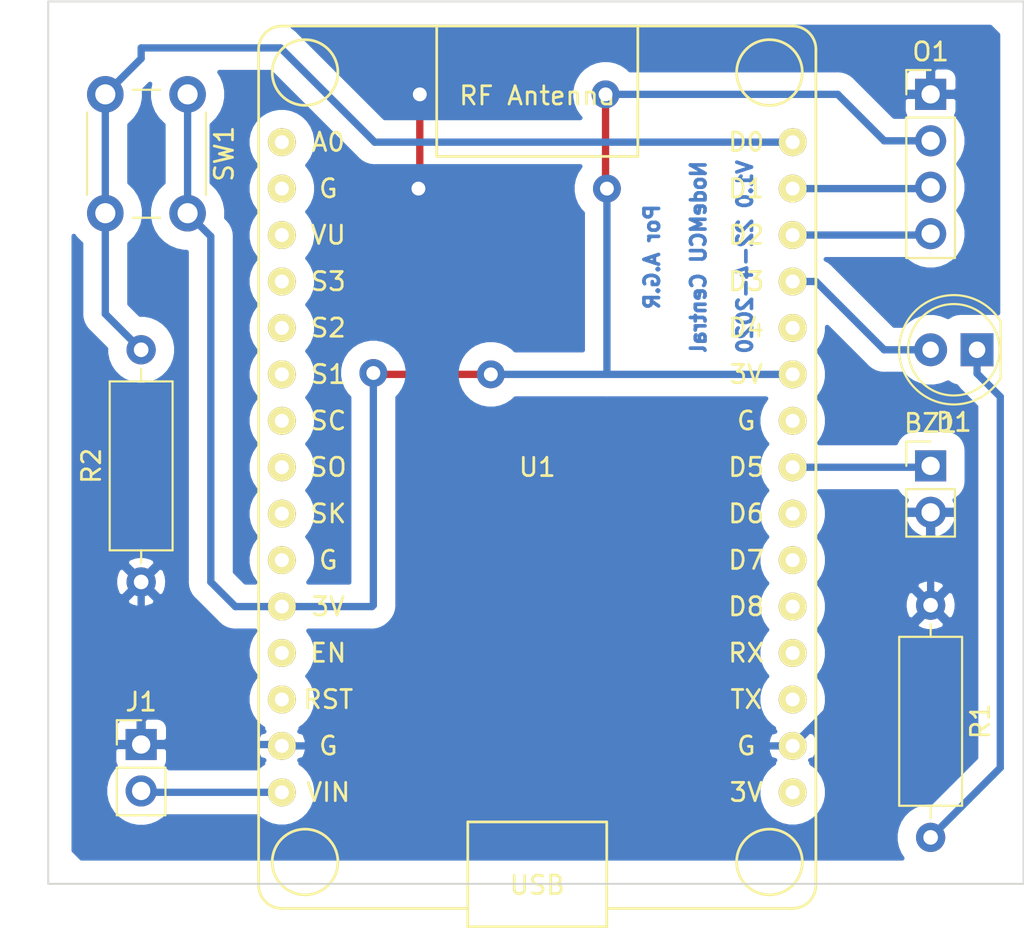
<source format=kicad_pcb>
(kicad_pcb (version 20171130) (host pcbnew 5.1.5-52549c5~86~ubuntu18.04.1)

  (general
    (thickness 1.6)
    (drawings 7)
    (tracks 67)
    (zones 0)
    (modules 8)
    (nets 30)
  )

  (page A4)
  (layers
    (0 F.Cu jumper)
    (31 B.Cu signal)
    (32 B.Adhes user)
    (33 F.Adhes user)
    (34 B.Paste user)
    (35 F.Paste user)
    (36 B.SilkS user)
    (37 F.SilkS user)
    (38 B.Mask user)
    (39 F.Mask user)
    (40 Dwgs.User user)
    (41 Cmts.User user)
    (42 Eco1.User user)
    (43 Eco2.User user)
    (44 Edge.Cuts user)
    (45 Margin user)
    (46 B.CrtYd user)
    (47 F.CrtYd user)
    (48 B.Fab user)
    (49 F.Fab user)
  )

  (setup
    (last_trace_width 0.25)
    (user_trace_width 0.4)
    (user_trace_width 0.6)
    (user_trace_width 1)
    (trace_clearance 0.2)
    (zone_clearance 0.508)
    (zone_45_only no)
    (trace_min 0.2)
    (via_size 0.8)
    (via_drill 0.4)
    (via_min_size 0.4)
    (via_min_drill 0.3)
    (user_via 0.99 0.5)
    (user_via 1.524 0.76)
    (uvia_size 0.3)
    (uvia_drill 0.1)
    (uvias_allowed no)
    (uvia_min_size 0.2)
    (uvia_min_drill 0.1)
    (edge_width 0.05)
    (segment_width 0.2)
    (pcb_text_width 0.3)
    (pcb_text_size 1.5 1.5)
    (mod_edge_width 0.12)
    (mod_text_size 1 1)
    (mod_text_width 0.15)
    (pad_size 1.524 1.524)
    (pad_drill 0.762)
    (pad_to_mask_clearance 0.051)
    (solder_mask_min_width 0.25)
    (aux_axis_origin 0 0)
    (visible_elements FFFFFF7F)
    (pcbplotparams
      (layerselection 0x010fc_ffffffff)
      (usegerberextensions false)
      (usegerberattributes false)
      (usegerberadvancedattributes false)
      (creategerberjobfile false)
      (excludeedgelayer true)
      (linewidth 0.100000)
      (plotframeref false)
      (viasonmask false)
      (mode 1)
      (useauxorigin false)
      (hpglpennumber 1)
      (hpglpenspeed 20)
      (hpglpendiameter 15.000000)
      (psnegative false)
      (psa4output false)
      (plotreference true)
      (plotvalue true)
      (plotinvisibletext false)
      (padsonsilk false)
      (subtractmaskfromsilk false)
      (outputformat 1)
      (mirror false)
      (drillshape 0)
      (scaleselection 1)
      (outputdirectory ""))
  )

  (net 0 "")
  (net 1 "Net-(BZ1-Pad1)")
  (net 2 GND)
  (net 3 "Net-(D1-Pad1)")
  (net 4 "Net-(D1-Pad2)")
  (net 5 "Net-(J1-Pad2)")
  (net 6 3_3V)
  (net 7 "Net-(O1-Pad3)")
  (net 8 "Net-(O1-Pad4)")
  (net 9 "Net-(R2-Pad2)")
  (net 10 "Net-(U1-Pad1)")
  (net 11 "Net-(U1-Pad2)")
  (net 12 "Net-(U1-Pad3)")
  (net 13 "Net-(U1-Pad4)")
  (net 14 "Net-(U1-Pad5)")
  (net 15 "Net-(U1-Pad6)")
  (net 16 "Net-(U1-Pad7)")
  (net 17 "Net-(U1-Pad8)")
  (net 18 "Net-(U1-Pad9)")
  (net 19 "Net-(U1-Pad10)")
  (net 20 "Net-(U1-Pad12)")
  (net 21 "Net-(U1-Pad13)")
  (net 22 "Net-(U1-Pad16)")
  (net 23 "Net-(U1-Pad18)")
  (net 24 "Net-(U1-Pad19)")
  (net 25 "Net-(U1-Pad20)")
  (net 26 "Net-(U1-Pad21)")
  (net 27 "Net-(U1-Pad22)")
  (net 28 "Net-(U1-Pad24)")
  (net 29 "Net-(U1-Pad26)")

  (net_class Default "Esta es la clase de red por defecto."
    (clearance 0.2)
    (trace_width 0.25)
    (via_dia 0.8)
    (via_drill 0.4)
    (uvia_dia 0.3)
    (uvia_drill 0.1)
    (add_net 3_3V)
    (add_net GND)
    (add_net "Net-(BZ1-Pad1)")
    (add_net "Net-(D1-Pad1)")
    (add_net "Net-(D1-Pad2)")
    (add_net "Net-(J1-Pad2)")
    (add_net "Net-(O1-Pad3)")
    (add_net "Net-(O1-Pad4)")
    (add_net "Net-(R2-Pad2)")
    (add_net "Net-(U1-Pad1)")
    (add_net "Net-(U1-Pad10)")
    (add_net "Net-(U1-Pad12)")
    (add_net "Net-(U1-Pad13)")
    (add_net "Net-(U1-Pad16)")
    (add_net "Net-(U1-Pad18)")
    (add_net "Net-(U1-Pad19)")
    (add_net "Net-(U1-Pad2)")
    (add_net "Net-(U1-Pad20)")
    (add_net "Net-(U1-Pad21)")
    (add_net "Net-(U1-Pad22)")
    (add_net "Net-(U1-Pad24)")
    (add_net "Net-(U1-Pad26)")
    (add_net "Net-(U1-Pad3)")
    (add_net "Net-(U1-Pad4)")
    (add_net "Net-(U1-Pad5)")
    (add_net "Net-(U1-Pad6)")
    (add_net "Net-(U1-Pad7)")
    (add_net "Net-(U1-Pad8)")
    (add_net "Net-(U1-Pad9)")
  )

  (module Connector_PinHeader_2.54mm:PinHeader_1x02_P2.54mm_Vertical (layer F.Cu) (tedit 59FED5CC) (tstamp 5EA05CA8)
    (at 163.83 106.68)
    (descr "Through hole straight pin header, 1x02, 2.54mm pitch, single row")
    (tags "Through hole pin header THT 1x02 2.54mm single row")
    (path /5E9F78D2)
    (fp_text reference BZ1 (at 0 -2.33) (layer F.SilkS)
      (effects (font (size 1 1) (thickness 0.15)))
    )
    (fp_text value Buzzer (at 0 4.87) (layer F.Fab)
      (effects (font (size 1 1) (thickness 0.15)))
    )
    (fp_line (start -0.635 -1.27) (end 1.27 -1.27) (layer F.Fab) (width 0.1))
    (fp_line (start 1.27 -1.27) (end 1.27 3.81) (layer F.Fab) (width 0.1))
    (fp_line (start 1.27 3.81) (end -1.27 3.81) (layer F.Fab) (width 0.1))
    (fp_line (start -1.27 3.81) (end -1.27 -0.635) (layer F.Fab) (width 0.1))
    (fp_line (start -1.27 -0.635) (end -0.635 -1.27) (layer F.Fab) (width 0.1))
    (fp_line (start -1.33 3.87) (end 1.33 3.87) (layer F.SilkS) (width 0.12))
    (fp_line (start -1.33 1.27) (end -1.33 3.87) (layer F.SilkS) (width 0.12))
    (fp_line (start 1.33 1.27) (end 1.33 3.87) (layer F.SilkS) (width 0.12))
    (fp_line (start -1.33 1.27) (end 1.33 1.27) (layer F.SilkS) (width 0.12))
    (fp_line (start -1.33 0) (end -1.33 -1.33) (layer F.SilkS) (width 0.12))
    (fp_line (start -1.33 -1.33) (end 0 -1.33) (layer F.SilkS) (width 0.12))
    (fp_line (start -1.8 -1.8) (end -1.8 4.35) (layer F.CrtYd) (width 0.05))
    (fp_line (start -1.8 4.35) (end 1.8 4.35) (layer F.CrtYd) (width 0.05))
    (fp_line (start 1.8 4.35) (end 1.8 -1.8) (layer F.CrtYd) (width 0.05))
    (fp_line (start 1.8 -1.8) (end -1.8 -1.8) (layer F.CrtYd) (width 0.05))
    (fp_text user %R (at 0 1.27 90) (layer F.Fab)
      (effects (font (size 1 1) (thickness 0.15)))
    )
    (pad 1 thru_hole rect (at 0 0) (size 1.7 1.7) (drill 1) (layers *.Cu *.Mask)
      (net 1 "Net-(BZ1-Pad1)"))
    (pad 2 thru_hole oval (at 0 2.54) (size 1.7 1.7) (drill 1) (layers *.Cu *.Mask)
      (net 2 GND))
    (model ${KISYS3DMOD}/Connector_PinHeader_2.54mm.3dshapes/PinHeader_1x02_P2.54mm_Vertical.wrl
      (at (xyz 0 0 0))
      (scale (xyz 1 1 1))
      (rotate (xyz 0 0 0))
    )
  )

  (module LED_THT:LED_D5.0mm (layer F.Cu) (tedit 5995936A) (tstamp 5EA058B1)
    (at 166.37 100.33 180)
    (descr "LED, diameter 5.0mm, 2 pins, http://cdn-reichelt.de/documents/datenblatt/A500/LL-504BC2E-009.pdf")
    (tags "LED diameter 5.0mm 2 pins")
    (path /5E9F89E7)
    (fp_text reference D1 (at 1.27 -3.96) (layer F.SilkS)
      (effects (font (size 1 1) (thickness 0.15)))
    )
    (fp_text value LED (at 1.27 3.96) (layer F.Fab)
      (effects (font (size 1 1) (thickness 0.15)))
    )
    (fp_arc (start 1.27 0) (end -1.23 -1.469694) (angle 299.1) (layer F.Fab) (width 0.1))
    (fp_arc (start 1.27 0) (end -1.29 -1.54483) (angle 148.9) (layer F.SilkS) (width 0.12))
    (fp_arc (start 1.27 0) (end -1.29 1.54483) (angle -148.9) (layer F.SilkS) (width 0.12))
    (fp_circle (center 1.27 0) (end 3.77 0) (layer F.Fab) (width 0.1))
    (fp_circle (center 1.27 0) (end 3.77 0) (layer F.SilkS) (width 0.12))
    (fp_line (start -1.23 -1.469694) (end -1.23 1.469694) (layer F.Fab) (width 0.1))
    (fp_line (start -1.29 -1.545) (end -1.29 1.545) (layer F.SilkS) (width 0.12))
    (fp_line (start -1.95 -3.25) (end -1.95 3.25) (layer F.CrtYd) (width 0.05))
    (fp_line (start -1.95 3.25) (end 4.5 3.25) (layer F.CrtYd) (width 0.05))
    (fp_line (start 4.5 3.25) (end 4.5 -3.25) (layer F.CrtYd) (width 0.05))
    (fp_line (start 4.5 -3.25) (end -1.95 -3.25) (layer F.CrtYd) (width 0.05))
    (fp_text user %R (at 1.25 0) (layer F.Fab)
      (effects (font (size 0.8 0.8) (thickness 0.2)))
    )
    (pad 1 thru_hole rect (at 0 0 180) (size 1.8 1.8) (drill 0.9) (layers *.Cu *.Mask)
      (net 3 "Net-(D1-Pad1)"))
    (pad 2 thru_hole circle (at 2.54 0 180) (size 1.8 1.8) (drill 0.9) (layers *.Cu *.Mask)
      (net 4 "Net-(D1-Pad2)"))
    (model ${KISYS3DMOD}/LED_THT.3dshapes/LED_D5.0mm.wrl
      (at (xyz 0 0 0))
      (scale (xyz 1 1 1))
      (rotate (xyz 0 0 0))
    )
  )

  (module Connector_PinHeader_2.54mm:PinHeader_1x02_P2.54mm_Vertical (layer F.Cu) (tedit 59FED5CC) (tstamp 5EA058C7)
    (at 120.65 121.92)
    (descr "Through hole straight pin header, 1x02, 2.54mm pitch, single row")
    (tags "Through hole pin header THT 1x02 2.54mm single row")
    (path /5EA020B8)
    (fp_text reference J1 (at 0 -2.33) (layer F.SilkS)
      (effects (font (size 1 1) (thickness 0.15)))
    )
    (fp_text value Conn_01x02_Female (at 0 4.87) (layer F.Fab)
      (effects (font (size 1 1) (thickness 0.15)))
    )
    (fp_text user %R (at 0 1.27 90) (layer F.Fab)
      (effects (font (size 1 1) (thickness 0.15)))
    )
    (fp_line (start 1.8 -1.8) (end -1.8 -1.8) (layer F.CrtYd) (width 0.05))
    (fp_line (start 1.8 4.35) (end 1.8 -1.8) (layer F.CrtYd) (width 0.05))
    (fp_line (start -1.8 4.35) (end 1.8 4.35) (layer F.CrtYd) (width 0.05))
    (fp_line (start -1.8 -1.8) (end -1.8 4.35) (layer F.CrtYd) (width 0.05))
    (fp_line (start -1.33 -1.33) (end 0 -1.33) (layer F.SilkS) (width 0.12))
    (fp_line (start -1.33 0) (end -1.33 -1.33) (layer F.SilkS) (width 0.12))
    (fp_line (start -1.33 1.27) (end 1.33 1.27) (layer F.SilkS) (width 0.12))
    (fp_line (start 1.33 1.27) (end 1.33 3.87) (layer F.SilkS) (width 0.12))
    (fp_line (start -1.33 1.27) (end -1.33 3.87) (layer F.SilkS) (width 0.12))
    (fp_line (start -1.33 3.87) (end 1.33 3.87) (layer F.SilkS) (width 0.12))
    (fp_line (start -1.27 -0.635) (end -0.635 -1.27) (layer F.Fab) (width 0.1))
    (fp_line (start -1.27 3.81) (end -1.27 -0.635) (layer F.Fab) (width 0.1))
    (fp_line (start 1.27 3.81) (end -1.27 3.81) (layer F.Fab) (width 0.1))
    (fp_line (start 1.27 -1.27) (end 1.27 3.81) (layer F.Fab) (width 0.1))
    (fp_line (start -0.635 -1.27) (end 1.27 -1.27) (layer F.Fab) (width 0.1))
    (pad 2 thru_hole oval (at 0 2.54) (size 1.7 1.7) (drill 1) (layers *.Cu *.Mask)
      (net 5 "Net-(J1-Pad2)"))
    (pad 1 thru_hole rect (at 0 0) (size 1.7 1.7) (drill 1) (layers *.Cu *.Mask)
      (net 2 GND))
    (model ${KISYS3DMOD}/Connector_PinHeader_2.54mm.3dshapes/PinHeader_1x02_P2.54mm_Vertical.wrl
      (at (xyz 0 0 0))
      (scale (xyz 1 1 1))
      (rotate (xyz 0 0 0))
    )
  )

  (module Connector_PinHeader_2.54mm:PinHeader_1x04_P2.54mm_Vertical (layer F.Cu) (tedit 59FED5CC) (tstamp 5EA05C37)
    (at 163.83 86.36)
    (descr "Through hole straight pin header, 1x04, 2.54mm pitch, single row")
    (tags "Through hole pin header THT 1x04 2.54mm single row")
    (path /5EA1D061)
    (fp_text reference O1 (at 0 -2.33) (layer F.SilkS)
      (effects (font (size 1 1) (thickness 0.15)))
    )
    (fp_text value OLED (at 0 9.95) (layer F.Fab)
      (effects (font (size 1 1) (thickness 0.15)))
    )
    (fp_line (start -0.635 -1.27) (end 1.27 -1.27) (layer F.Fab) (width 0.1))
    (fp_line (start 1.27 -1.27) (end 1.27 8.89) (layer F.Fab) (width 0.1))
    (fp_line (start 1.27 8.89) (end -1.27 8.89) (layer F.Fab) (width 0.1))
    (fp_line (start -1.27 8.89) (end -1.27 -0.635) (layer F.Fab) (width 0.1))
    (fp_line (start -1.27 -0.635) (end -0.635 -1.27) (layer F.Fab) (width 0.1))
    (fp_line (start -1.33 8.95) (end 1.33 8.95) (layer F.SilkS) (width 0.12))
    (fp_line (start -1.33 1.27) (end -1.33 8.95) (layer F.SilkS) (width 0.12))
    (fp_line (start 1.33 1.27) (end 1.33 8.95) (layer F.SilkS) (width 0.12))
    (fp_line (start -1.33 1.27) (end 1.33 1.27) (layer F.SilkS) (width 0.12))
    (fp_line (start -1.33 0) (end -1.33 -1.33) (layer F.SilkS) (width 0.12))
    (fp_line (start -1.33 -1.33) (end 0 -1.33) (layer F.SilkS) (width 0.12))
    (fp_line (start -1.8 -1.8) (end -1.8 9.4) (layer F.CrtYd) (width 0.05))
    (fp_line (start -1.8 9.4) (end 1.8 9.4) (layer F.CrtYd) (width 0.05))
    (fp_line (start 1.8 9.4) (end 1.8 -1.8) (layer F.CrtYd) (width 0.05))
    (fp_line (start 1.8 -1.8) (end -1.8 -1.8) (layer F.CrtYd) (width 0.05))
    (fp_text user %R (at 0 3.81 90) (layer F.Fab)
      (effects (font (size 1 1) (thickness 0.15)))
    )
    (pad 1 thru_hole rect (at 0 0) (size 1.7 1.7) (drill 1) (layers *.Cu *.Mask)
      (net 2 GND))
    (pad 2 thru_hole oval (at 0 2.54) (size 1.7 1.7) (drill 1) (layers *.Cu *.Mask)
      (net 6 3_3V))
    (pad 3 thru_hole oval (at 0 5.08) (size 1.7 1.7) (drill 1) (layers *.Cu *.Mask)
      (net 7 "Net-(O1-Pad3)"))
    (pad 4 thru_hole oval (at 0 7.62) (size 1.7 1.7) (drill 1) (layers *.Cu *.Mask)
      (net 8 "Net-(O1-Pad4)"))
    (model ${KISYS3DMOD}/Connector_PinHeader_2.54mm.3dshapes/PinHeader_1x04_P2.54mm_Vertical.wrl
      (at (xyz 0 0 0))
      (scale (xyz 1 1 1))
      (rotate (xyz 0 0 0))
    )
  )

  (module Resistor_THT:R_Axial_DIN0309_L9.0mm_D3.2mm_P12.70mm_Horizontal (layer F.Cu) (tedit 5AE5139B) (tstamp 5EA058F6)
    (at 163.83 114.3 270)
    (descr "Resistor, Axial_DIN0309 series, Axial, Horizontal, pin pitch=12.7mm, 0.5W = 1/2W, length*diameter=9*3.2mm^2, http://cdn-reichelt.de/documents/datenblatt/B400/1_4W%23YAG.pdf")
    (tags "Resistor Axial_DIN0309 series Axial Horizontal pin pitch 12.7mm 0.5W = 1/2W length 9mm diameter 3.2mm")
    (path /5E9F9BFE)
    (fp_text reference R1 (at 6.35 -2.72 90) (layer F.SilkS)
      (effects (font (size 1 1) (thickness 0.15)))
    )
    (fp_text value 220 (at 6.35 2.72 90) (layer F.Fab)
      (effects (font (size 1 1) (thickness 0.15)))
    )
    (fp_text user %R (at 6.35 0 90) (layer F.Fab)
      (effects (font (size 1 1) (thickness 0.15)))
    )
    (fp_line (start 13.75 -1.85) (end -1.05 -1.85) (layer F.CrtYd) (width 0.05))
    (fp_line (start 13.75 1.85) (end 13.75 -1.85) (layer F.CrtYd) (width 0.05))
    (fp_line (start -1.05 1.85) (end 13.75 1.85) (layer F.CrtYd) (width 0.05))
    (fp_line (start -1.05 -1.85) (end -1.05 1.85) (layer F.CrtYd) (width 0.05))
    (fp_line (start 11.66 0) (end 10.97 0) (layer F.SilkS) (width 0.12))
    (fp_line (start 1.04 0) (end 1.73 0) (layer F.SilkS) (width 0.12))
    (fp_line (start 10.97 -1.72) (end 1.73 -1.72) (layer F.SilkS) (width 0.12))
    (fp_line (start 10.97 1.72) (end 10.97 -1.72) (layer F.SilkS) (width 0.12))
    (fp_line (start 1.73 1.72) (end 10.97 1.72) (layer F.SilkS) (width 0.12))
    (fp_line (start 1.73 -1.72) (end 1.73 1.72) (layer F.SilkS) (width 0.12))
    (fp_line (start 12.7 0) (end 10.85 0) (layer F.Fab) (width 0.1))
    (fp_line (start 0 0) (end 1.85 0) (layer F.Fab) (width 0.1))
    (fp_line (start 10.85 -1.6) (end 1.85 -1.6) (layer F.Fab) (width 0.1))
    (fp_line (start 10.85 1.6) (end 10.85 -1.6) (layer F.Fab) (width 0.1))
    (fp_line (start 1.85 1.6) (end 10.85 1.6) (layer F.Fab) (width 0.1))
    (fp_line (start 1.85 -1.6) (end 1.85 1.6) (layer F.Fab) (width 0.1))
    (pad 2 thru_hole oval (at 12.7 0 270) (size 1.6 1.6) (drill 0.8) (layers *.Cu *.Mask)
      (net 3 "Net-(D1-Pad1)"))
    (pad 1 thru_hole circle (at 0 0 270) (size 1.6 1.6) (drill 0.8) (layers *.Cu *.Mask)
      (net 2 GND))
    (model ${KISYS3DMOD}/Resistor_THT.3dshapes/R_Axial_DIN0309_L9.0mm_D3.2mm_P12.70mm_Horizontal.wrl
      (at (xyz 0 0 0))
      (scale (xyz 1 1 1))
      (rotate (xyz 0 0 0))
    )
  )

  (module Resistor_THT:R_Axial_DIN0309_L9.0mm_D3.2mm_P12.70mm_Horizontal (layer F.Cu) (tedit 5AE5139B) (tstamp 5EA05E54)
    (at 120.65 113.03 90)
    (descr "Resistor, Axial_DIN0309 series, Axial, Horizontal, pin pitch=12.7mm, 0.5W = 1/2W, length*diameter=9*3.2mm^2, http://cdn-reichelt.de/documents/datenblatt/B400/1_4W%23YAG.pdf")
    (tags "Resistor Axial_DIN0309 series Axial Horizontal pin pitch 12.7mm 0.5W = 1/2W length 9mm diameter 3.2mm")
    (path /5E9F83C5)
    (fp_text reference R2 (at 6.35 -2.72 90) (layer F.SilkS)
      (effects (font (size 1 1) (thickness 0.15)))
    )
    (fp_text value 10k (at 6.35 2.72 90) (layer F.Fab)
      (effects (font (size 1 1) (thickness 0.15)))
    )
    (fp_line (start 1.85 -1.6) (end 1.85 1.6) (layer F.Fab) (width 0.1))
    (fp_line (start 1.85 1.6) (end 10.85 1.6) (layer F.Fab) (width 0.1))
    (fp_line (start 10.85 1.6) (end 10.85 -1.6) (layer F.Fab) (width 0.1))
    (fp_line (start 10.85 -1.6) (end 1.85 -1.6) (layer F.Fab) (width 0.1))
    (fp_line (start 0 0) (end 1.85 0) (layer F.Fab) (width 0.1))
    (fp_line (start 12.7 0) (end 10.85 0) (layer F.Fab) (width 0.1))
    (fp_line (start 1.73 -1.72) (end 1.73 1.72) (layer F.SilkS) (width 0.12))
    (fp_line (start 1.73 1.72) (end 10.97 1.72) (layer F.SilkS) (width 0.12))
    (fp_line (start 10.97 1.72) (end 10.97 -1.72) (layer F.SilkS) (width 0.12))
    (fp_line (start 10.97 -1.72) (end 1.73 -1.72) (layer F.SilkS) (width 0.12))
    (fp_line (start 1.04 0) (end 1.73 0) (layer F.SilkS) (width 0.12))
    (fp_line (start 11.66 0) (end 10.97 0) (layer F.SilkS) (width 0.12))
    (fp_line (start -1.05 -1.85) (end -1.05 1.85) (layer F.CrtYd) (width 0.05))
    (fp_line (start -1.05 1.85) (end 13.75 1.85) (layer F.CrtYd) (width 0.05))
    (fp_line (start 13.75 1.85) (end 13.75 -1.85) (layer F.CrtYd) (width 0.05))
    (fp_line (start 13.75 -1.85) (end -1.05 -1.85) (layer F.CrtYd) (width 0.05))
    (fp_text user %R (at 6.35 0 90) (layer F.Fab)
      (effects (font (size 1 1) (thickness 0.15)))
    )
    (pad 1 thru_hole circle (at 0 0 90) (size 1.6 1.6) (drill 0.8) (layers *.Cu *.Mask)
      (net 2 GND))
    (pad 2 thru_hole oval (at 12.7 0 90) (size 1.6 1.6) (drill 0.8) (layers *.Cu *.Mask)
      (net 9 "Net-(R2-Pad2)"))
    (model ${KISYS3DMOD}/Resistor_THT.3dshapes/R_Axial_DIN0309_L9.0mm_D3.2mm_P12.70mm_Horizontal.wrl
      (at (xyz 0 0 0))
      (scale (xyz 1 1 1))
      (rotate (xyz 0 0 0))
    )
  )

  (module Button_Switch_THT:SW_PUSH_6mm_H13mm (layer F.Cu) (tedit 5A02FE31) (tstamp 5EA05D73)
    (at 123.19 86.36 270)
    (descr "tactile push button, 6x6mm e.g. PHAP33xx series, height=13mm")
    (tags "tact sw push 6mm")
    (path /5E9F92CF)
    (fp_text reference SW1 (at 3.25 -2 90) (layer F.SilkS)
      (effects (font (size 1 1) (thickness 0.15)))
    )
    (fp_text value SW_Push_Open_Dual_x2 (at 3.75 6.7 90) (layer F.Fab)
      (effects (font (size 1 1) (thickness 0.15)))
    )
    (fp_text user %R (at 3.25 2.54 90) (layer F.Fab)
      (effects (font (size 1 1) (thickness 0.15)))
    )
    (fp_line (start 3.25 -0.75) (end 6.25 -0.75) (layer F.Fab) (width 0.1))
    (fp_line (start 6.25 -0.75) (end 6.25 5.25) (layer F.Fab) (width 0.1))
    (fp_line (start 6.25 5.25) (end 0.25 5.25) (layer F.Fab) (width 0.1))
    (fp_line (start 0.25 5.25) (end 0.25 -0.75) (layer F.Fab) (width 0.1))
    (fp_line (start 0.25 -0.75) (end 3.25 -0.75) (layer F.Fab) (width 0.1))
    (fp_line (start 7.75 6) (end 8 6) (layer F.CrtYd) (width 0.05))
    (fp_line (start 8 6) (end 8 5.75) (layer F.CrtYd) (width 0.05))
    (fp_line (start 7.75 -1.5) (end 8 -1.5) (layer F.CrtYd) (width 0.05))
    (fp_line (start 8 -1.5) (end 8 -1.25) (layer F.CrtYd) (width 0.05))
    (fp_line (start -1.5 -1.25) (end -1.5 -1.5) (layer F.CrtYd) (width 0.05))
    (fp_line (start -1.5 -1.5) (end -1.25 -1.5) (layer F.CrtYd) (width 0.05))
    (fp_line (start -1.5 5.75) (end -1.5 6) (layer F.CrtYd) (width 0.05))
    (fp_line (start -1.5 6) (end -1.25 6) (layer F.CrtYd) (width 0.05))
    (fp_line (start -1.25 -1.5) (end 7.75 -1.5) (layer F.CrtYd) (width 0.05))
    (fp_line (start -1.5 5.75) (end -1.5 -1.25) (layer F.CrtYd) (width 0.05))
    (fp_line (start 7.75 6) (end -1.25 6) (layer F.CrtYd) (width 0.05))
    (fp_line (start 8 -1.25) (end 8 5.75) (layer F.CrtYd) (width 0.05))
    (fp_line (start 1 5.5) (end 5.5 5.5) (layer F.SilkS) (width 0.12))
    (fp_line (start -0.25 1.5) (end -0.25 3) (layer F.SilkS) (width 0.12))
    (fp_line (start 5.5 -1) (end 1 -1) (layer F.SilkS) (width 0.12))
    (fp_line (start 6.75 3) (end 6.75 1.5) (layer F.SilkS) (width 0.12))
    (fp_circle (center 3.25 2.25) (end 1.25 2.5) (layer F.Fab) (width 0.1))
    (pad 2 thru_hole circle (at 0 4.5) (size 2 2) (drill 1.1) (layers *.Cu *.Mask)
      (net 9 "Net-(R2-Pad2)"))
    (pad 1 thru_hole circle (at 0 0) (size 2 2) (drill 1.1) (layers *.Cu *.Mask)
      (net 6 3_3V))
    (pad 2 thru_hole circle (at 6.5 4.5) (size 2 2) (drill 1.1) (layers *.Cu *.Mask)
      (net 9 "Net-(R2-Pad2)"))
    (pad 1 thru_hole circle (at 6.5 0) (size 2 2) (drill 1.1) (layers *.Cu *.Mask)
      (net 6 3_3V))
    (model ${KISYS3DMOD}/Button_Switch_THT.3dshapes/SW_PUSH_6mm_H13mm.wrl
      (at (xyz 0 0 0))
      (scale (xyz 1 1 1))
      (rotate (xyz 0 0 0))
    )
  )

  (module "ESP8266:NodeMCU1.0(12-E)" (layer F.Cu) (tedit 5AF3DDCB) (tstamp 5EA05982)
    (at 142.315001 106.755001)
    (path /5E9F1ECB)
    (fp_text reference U1 (at 0 0) (layer F.SilkS)
      (effects (font (size 1 1) (thickness 0.15)))
    )
    (fp_text value "NodeMCU1.0(ESP-12E)" (at 0 -5.08) (layer F.Fab)
      (effects (font (size 1 1) (thickness 0.15)))
    )
    (fp_line (start 13.98 24.13) (end 3.81 24.13) (layer F.SilkS) (width 0.15))
    (fp_text user USB (at 0 22.86) (layer F.SilkS)
      (effects (font (size 1 1) (thickness 0.15)))
    )
    (fp_text user "RF Antenna" (at 0 -20.32) (layer F.SilkS)
      (effects (font (size 1 1) (thickness 0.15)))
    )
    (fp_line (start 5.5 -17) (end -5.5 -17) (layer F.SilkS) (width 0.15))
    (fp_line (start 5.5 -24.13) (end 5.5 -17) (layer F.SilkS) (width 0.15))
    (fp_line (start -5.5 -17) (end -5.5 -24.13) (layer F.SilkS) (width 0.15))
    (fp_line (start -3.8 25.13) (end -3.8 19.4) (layer F.SilkS) (width 0.15))
    (fp_line (start -3.8 19.4) (end 3.8 19.4) (layer F.SilkS) (width 0.15))
    (fp_line (start 3.8 19.4) (end 3.8 25.13) (layer F.SilkS) (width 0.15))
    (fp_line (start 3.8 25.13) (end -3.8 25.13) (layer F.SilkS) (width 0.15))
    (fp_arc (start -13.97 -22.86) (end -15.24 -22.86) (angle 90) (layer F.SilkS) (width 0.15))
    (fp_arc (start 13.97 -22.86) (end 13.97 -24.13) (angle 90) (layer F.SilkS) (width 0.15))
    (fp_arc (start 13.97 22.86) (end 15.24 22.86) (angle 90) (layer F.SilkS) (width 0.15))
    (fp_arc (start -13.97 22.86) (end -13.97 24.13) (angle 90) (layer F.SilkS) (width 0.15))
    (fp_line (start 15.24 -22.86) (end 15.24 22.86) (layer F.SilkS) (width 0.15))
    (fp_line (start -15.24 -22.86) (end -15.24 22.86) (layer F.SilkS) (width 0.15))
    (fp_line (start -3.8 24.13) (end -13.97 24.13) (layer F.SilkS) (width 0.15))
    (fp_text user VIN (at -11.43 17.78) (layer F.SilkS)
      (effects (font (size 1 1) (thickness 0.15)))
    )
    (fp_text user G (at -11.43 15.24) (layer F.SilkS)
      (effects (font (size 1 1) (thickness 0.15)))
    )
    (fp_text user RST (at -11.43 12.7) (layer F.SilkS)
      (effects (font (size 1 1) (thickness 0.15)))
    )
    (fp_text user EN (at -11.43 10.16) (layer F.SilkS)
      (effects (font (size 1 1) (thickness 0.15)))
    )
    (fp_text user 3V (at -11.43 7.62) (layer F.SilkS)
      (effects (font (size 1 1) (thickness 0.15)))
    )
    (fp_text user G (at -11.43 5.08) (layer F.SilkS)
      (effects (font (size 1 1) (thickness 0.15)))
    )
    (fp_text user SK (at -11.43 2.54) (layer F.SilkS)
      (effects (font (size 1 1) (thickness 0.15)))
    )
    (fp_text user SO (at -11.43 0) (layer F.SilkS)
      (effects (font (size 1 1) (thickness 0.15)))
    )
    (fp_text user SC (at -11.43 -2.54) (layer F.SilkS)
      (effects (font (size 1 1) (thickness 0.15)))
    )
    (fp_text user S1 (at -11.43 -5.08) (layer F.SilkS)
      (effects (font (size 1 1) (thickness 0.15)))
    )
    (fp_text user S2 (at -11.43 -7.62) (layer F.SilkS)
      (effects (font (size 1 1) (thickness 0.15)))
    )
    (fp_text user S3 (at -11.43 -10.16) (layer F.SilkS)
      (effects (font (size 1 1) (thickness 0.15)))
    )
    (fp_text user VU (at -11.43 -12.7) (layer F.SilkS)
      (effects (font (size 1 1) (thickness 0.15)))
    )
    (fp_text user G (at -11.43 -15.24) (layer F.SilkS)
      (effects (font (size 1 1) (thickness 0.15)))
    )
    (fp_text user A0 (at -11.43 -17.78) (layer F.SilkS)
      (effects (font (size 1 1) (thickness 0.15)))
    )
    (fp_text user 3V (at 11.43 17.78) (layer F.SilkS)
      (effects (font (size 1 1) (thickness 0.15)))
    )
    (fp_text user G (at 11.43 15.24) (layer F.SilkS)
      (effects (font (size 1 1) (thickness 0.15)))
    )
    (fp_text user TX (at 11.43 12.7) (layer F.SilkS)
      (effects (font (size 1 1) (thickness 0.15)))
    )
    (fp_text user RX (at 11.43 10.16) (layer F.SilkS)
      (effects (font (size 1 1) (thickness 0.15)))
    )
    (fp_text user D8 (at 11.43 7.62) (layer F.SilkS)
      (effects (font (size 1 1) (thickness 0.15)))
    )
    (fp_text user D7 (at 11.43 5.08) (layer F.SilkS)
      (effects (font (size 1 1) (thickness 0.15)))
    )
    (fp_text user D6 (at 11.43 2.54) (layer F.SilkS)
      (effects (font (size 1 1) (thickness 0.15)))
    )
    (fp_text user D5 (at 11.43 0) (layer F.SilkS)
      (effects (font (size 1 1) (thickness 0.15)))
    )
    (fp_text user G (at 11.43 -2.54) (layer F.SilkS)
      (effects (font (size 1 1) (thickness 0.15)))
    )
    (fp_text user 3V (at 11.43 -5.08) (layer F.SilkS)
      (effects (font (size 1 1) (thickness 0.15)))
    )
    (fp_text user D4 (at 11.43 -7.62) (layer F.SilkS)
      (effects (font (size 1 1) (thickness 0.15)))
    )
    (fp_text user D3 (at 11.43 -10.16) (layer F.SilkS)
      (effects (font (size 1 1) (thickness 0.15)))
    )
    (fp_text user D2 (at 11.43 -12.7) (layer F.SilkS)
      (effects (font (size 1 1) (thickness 0.15)))
    )
    (fp_text user D1 (at 11.43 -15.24) (layer F.SilkS)
      (effects (font (size 1 1) (thickness 0.15)))
    )
    (fp_text user D0 (at 11.43 -17.78) (layer F.SilkS)
      (effects (font (size 1 1) (thickness 0.15)))
    )
    (fp_circle (center 12.7 21.59) (end 13.97 20.32) (layer F.SilkS) (width 0.15))
    (fp_circle (center -12.7 21.59) (end -11.43 20.32) (layer F.SilkS) (width 0.15))
    (fp_circle (center -12.7 -21.59) (end -11.43 -22.86) (layer F.SilkS) (width 0.15))
    (fp_circle (center 12.7 -21.59) (end 13.97 -22.86) (layer F.SilkS) (width 0.15))
    (fp_line (start 13.97 -24.13) (end -13.97 -24.13) (layer F.SilkS) (width 0.15))
    (pad 1 thru_hole circle (at -13.97 -17.78) (size 1.524 1.524) (drill 0.762) (layers *.Cu *.Mask F.SilkS)
      (net 10 "Net-(U1-Pad1)"))
    (pad 2 thru_hole circle (at -13.97 -15.24) (size 1.524 1.524) (drill 0.762) (layers *.Cu *.Mask F.SilkS)
      (net 11 "Net-(U1-Pad2)"))
    (pad 3 thru_hole circle (at -13.97 -12.7) (size 1.524 1.524) (drill 0.762) (layers *.Cu *.Mask F.SilkS)
      (net 12 "Net-(U1-Pad3)"))
    (pad 4 thru_hole circle (at -13.97 -10.16) (size 1.524 1.524) (drill 0.762) (layers *.Cu *.Mask F.SilkS)
      (net 13 "Net-(U1-Pad4)"))
    (pad 5 thru_hole circle (at -13.97 -7.62) (size 1.524 1.524) (drill 0.762) (layers *.Cu *.Mask F.SilkS)
      (net 14 "Net-(U1-Pad5)"))
    (pad 6 thru_hole circle (at -13.97 -5.08) (size 1.524 1.524) (drill 0.762) (layers *.Cu *.Mask F.SilkS)
      (net 15 "Net-(U1-Pad6)"))
    (pad 7 thru_hole circle (at -13.97 -2.54) (size 1.524 1.524) (drill 0.762) (layers *.Cu *.Mask F.SilkS)
      (net 16 "Net-(U1-Pad7)"))
    (pad 8 thru_hole circle (at -13.97 0) (size 1.524 1.524) (drill 0.762) (layers *.Cu *.Mask F.SilkS)
      (net 17 "Net-(U1-Pad8)"))
    (pad 9 thru_hole circle (at -13.97 2.54) (size 1.524 1.524) (drill 0.762) (layers *.Cu *.Mask F.SilkS)
      (net 18 "Net-(U1-Pad9)"))
    (pad 10 thru_hole circle (at -13.97 5.08) (size 1.524 1.524) (drill 0.762) (layers *.Cu *.Mask F.SilkS)
      (net 19 "Net-(U1-Pad10)"))
    (pad 11 thru_hole circle (at -13.97 7.62) (size 1.524 1.524) (drill 0.762) (layers *.Cu *.Mask F.SilkS)
      (net 6 3_3V))
    (pad 12 thru_hole circle (at -13.97 10.16) (size 1.524 1.524) (drill 0.762) (layers *.Cu *.Mask F.SilkS)
      (net 20 "Net-(U1-Pad12)"))
    (pad 13 thru_hole circle (at -13.97 12.7) (size 1.524 1.524) (drill 0.762) (layers *.Cu *.Mask F.SilkS)
      (net 21 "Net-(U1-Pad13)"))
    (pad 14 thru_hole circle (at -13.97 15.24) (size 1.524 1.524) (drill 0.762) (layers *.Cu *.Mask F.SilkS)
      (net 2 GND))
    (pad 15 thru_hole circle (at -13.97 17.78) (size 1.524 1.524) (drill 0.762) (layers *.Cu *.Mask F.SilkS)
      (net 5 "Net-(J1-Pad2)"))
    (pad 16 thru_hole circle (at 13.97 17.78) (size 1.524 1.524) (drill 0.762) (layers *.Cu *.Mask F.SilkS)
      (net 22 "Net-(U1-Pad16)"))
    (pad 17 thru_hole circle (at 13.97 15.24) (size 1.524 1.524) (drill 0.762) (layers *.Cu *.Mask F.SilkS)
      (net 2 GND))
    (pad 18 thru_hole circle (at 13.97 12.7) (size 1.524 1.524) (drill 0.762) (layers *.Cu *.Mask F.SilkS)
      (net 23 "Net-(U1-Pad18)"))
    (pad 19 thru_hole circle (at 13.97 10.16) (size 1.524 1.524) (drill 0.762) (layers *.Cu *.Mask F.SilkS)
      (net 24 "Net-(U1-Pad19)"))
    (pad 20 thru_hole circle (at 13.97 7.62) (size 1.524 1.524) (drill 0.762) (layers *.Cu *.Mask F.SilkS)
      (net 25 "Net-(U1-Pad20)"))
    (pad 21 thru_hole circle (at 13.97 5.08) (size 1.524 1.524) (drill 0.762) (layers *.Cu *.Mask F.SilkS)
      (net 26 "Net-(U1-Pad21)"))
    (pad 22 thru_hole circle (at 13.97 2.54) (size 1.524 1.524) (drill 0.762) (layers *.Cu *.Mask F.SilkS)
      (net 27 "Net-(U1-Pad22)"))
    (pad 23 thru_hole circle (at 13.97 0) (size 1.524 1.524) (drill 0.762) (layers *.Cu *.Mask F.SilkS)
      (net 1 "Net-(BZ1-Pad1)"))
    (pad 24 thru_hole circle (at 13.97 -2.54) (size 1.524 1.524) (drill 0.762) (layers *.Cu *.Mask F.SilkS)
      (net 28 "Net-(U1-Pad24)"))
    (pad 25 thru_hole circle (at 13.97 -5.08) (size 1.524 1.524) (drill 0.762) (layers *.Cu *.Mask F.SilkS)
      (net 6 3_3V))
    (pad 26 thru_hole circle (at 13.97 -7.62) (size 1.524 1.524) (drill 0.762) (layers *.Cu *.Mask F.SilkS)
      (net 29 "Net-(U1-Pad26)"))
    (pad 27 thru_hole circle (at 13.97 -10.16) (size 1.524 1.524) (drill 0.762) (layers *.Cu *.Mask F.SilkS)
      (net 4 "Net-(D1-Pad2)"))
    (pad 28 thru_hole circle (at 13.97 -12.7) (size 1.524 1.524) (drill 0.762) (layers *.Cu *.Mask F.SilkS)
      (net 8 "Net-(O1-Pad4)"))
    (pad 29 thru_hole circle (at 13.97 -15.24) (size 1.524 1.524) (drill 0.762) (layers *.Cu *.Mask F.SilkS)
      (net 7 "Net-(O1-Pad3)"))
    (pad 30 thru_hole circle (at 13.97 -17.78) (size 1.524 1.524) (drill 0.762) (layers *.Cu *.Mask F.SilkS)
      (net 9 "Net-(R2-Pad2)"))
    (model /home/aurelio/kicad/libraries/kicad-ESP8266/ESP8266.3dshapes/NodeMCU_ESP8266.wrl
      (offset (xyz 0 1 7.5))
      (scale (xyz 0.4 0.4 0.395))
      (rotate (xyz -90 0 0))
    )
  )

  (gr_text "V1.0 22-4-2020" (at 153.67 95.25 90) (layer B.Cu) (tstamp 5EA062E8)
    (effects (font (size 0.8 0.8) (thickness 0.2)) (justify mirror))
  )
  (gr_text "NodeMCU Central" (at 151.13 95.25 90) (layer B.Cu) (tstamp 5EA062E3)
    (effects (font (size 0.8 0.8) (thickness 0.2)) (justify mirror))
  )
  (gr_text "Por A.G.R" (at 148.59 95.25 90) (layer B.Cu)
    (effects (font (size 0.8 0.8) (thickness 0.2)) (justify mirror))
  )
  (gr_line (start 168.91 81.28) (end 168.91 129.54) (layer Edge.Cuts) (width 0.1))
  (gr_line (start 115.57 81.28) (end 168.91 81.28) (layer Edge.Cuts) (width 0.1))
  (gr_line (start 115.57 129.54) (end 115.57 81.28) (layer Edge.Cuts) (width 0.1))
  (gr_line (start 168.91 129.54) (end 115.57 129.54) (layer Edge.Cuts) (width 0.1))

  (segment (start 163.754999 106.755001) (end 163.83 106.68) (width 0.4) (layer B.Cu) (net 1))
  (segment (start 156.285001 106.755001) (end 163.754999 106.755001) (width 0.4) (layer B.Cu) (net 1))
  (segment (start 120.65 113.03) (end 120.65 121.92) (width 0.4) (layer B.Cu) (net 2))
  (segment (start 128.27 121.92) (end 128.345001 121.995001) (width 0.4) (layer B.Cu) (net 2))
  (segment (start 120.65 121.92) (end 128.27 121.92) (width 0.4) (layer B.Cu) (net 2))
  (segment (start 163.83 114.450002) (end 163.83 114.3) (width 0.4) (layer B.Cu) (net 2))
  (segment (start 156.285001 121.995001) (end 163.83 114.450002) (width 0.4) (layer B.Cu) (net 2))
  (segment (start 163.83 109.22) (end 163.83 114.3) (width 0.4) (layer B.Cu) (net 2))
  (segment (start 163.83 86.36) (end 163.83 83.82) (width 0.4) (layer B.Cu) (net 2))
  (segment (start 163.83 83.82) (end 135.89 83.82) (width 0.4) (layer B.Cu) (net 2))
  (segment (start 135.89 83.82) (end 135.89 86.36) (width 0.4) (layer B.Cu) (net 2))
  (segment (start 135.89 86.36) (end 135.89 86.36) (width 0.4) (layer B.Cu) (net 2) (tstamp 5EA06004))
  (via (at 135.89 86.36) (size 1.524) (drill 0.76) (layers F.Cu B.Cu) (net 2))
  (segment (start 135.814999 121.995001) (end 135.814999 91.515001) (width 0.4) (layer B.Cu) (net 2))
  (segment (start 135.814999 121.995001) (end 156.285001 121.995001) (width 0.4) (layer B.Cu) (net 2))
  (segment (start 128.345001 121.995001) (end 135.814999 121.995001) (width 0.4) (layer B.Cu) (net 2))
  (segment (start 135.814999 91.515001) (end 135.814999 91.515001) (width 0.4) (layer B.Cu) (net 2) (tstamp 5EA06008))
  (via (at 135.814999 91.515001) (size 1.524) (drill 0.76) (layers F.Cu B.Cu) (net 2))
  (segment (start 135.89 91.44) (end 135.814999 91.515001) (width 0.4) (layer F.Cu) (net 2))
  (segment (start 135.89 86.36) (end 135.89 91.44) (width 0.4) (layer F.Cu) (net 2))
  (segment (start 166.37 101.63) (end 167.64 102.9) (width 0.4) (layer B.Cu) (net 3))
  (segment (start 166.37 100.33) (end 166.37 101.63) (width 0.4) (layer B.Cu) (net 3))
  (segment (start 167.64 123.19) (end 163.83 127) (width 0.4) (layer B.Cu) (net 3))
  (segment (start 167.64 102.9) (end 167.64 123.19) (width 0.4) (layer B.Cu) (net 3))
  (segment (start 156.285001 96.595001) (end 157.555001 96.595001) (width 0.4) (layer B.Cu) (net 4))
  (segment (start 161.29 100.33) (end 163.83 100.33) (width 0.4) (layer B.Cu) (net 4))
  (segment (start 157.555001 96.595001) (end 161.29 100.33) (width 0.4) (layer B.Cu) (net 4))
  (segment (start 120.725001 124.535001) (end 120.65 124.46) (width 0.4) (layer B.Cu) (net 5))
  (segment (start 128.345001 124.535001) (end 120.725001 124.535001) (width 0.4) (layer B.Cu) (net 5))
  (segment (start 128.345001 114.375001) (end 125.805001 114.375001) (width 0.4) (layer B.Cu) (net 6))
  (segment (start 125.805001 114.375001) (end 124.46 113.03) (width 0.4) (layer B.Cu) (net 6))
  (segment (start 124.46 94.13) (end 123.19 92.86) (width 0.4) (layer B.Cu) (net 6))
  (segment (start 124.46 113.03) (end 124.46 94.13) (width 0.4) (layer B.Cu) (net 6))
  (segment (start 123.19 86.36) (end 123.19 92.86) (width 0.4) (layer B.Cu) (net 6))
  (segment (start 128.345001 114.375001) (end 133.274999 114.375001) (width 0.4) (layer B.Cu) (net 6))
  (segment (start 133.274999 114.375001) (end 133.35 114.3) (width 0.4) (layer B.Cu) (net 6))
  (segment (start 133.35 114.3) (end 133.35 101.6) (width 0.4) (layer B.Cu) (net 6))
  (segment (start 133.35 101.6) (end 133.35 101.6) (width 0.4) (layer B.Cu) (net 6) (tstamp 5EA0600A))
  (via (at 133.35 101.6) (size 1.524) (drill 0.76) (layers F.Cu B.Cu) (net 6))
  (segment (start 139.775001 101.675001) (end 139.775001 101.675001) (width 0.4) (layer B.Cu) (net 6) (tstamp 5EA06271))
  (via (at 139.775001 101.675001) (size 1.524) (drill 0.76) (layers F.Cu B.Cu) (net 6))
  (segment (start 146.125001 101.675001) (end 146.125001 91.515001) (width 0.4) (layer B.Cu) (net 6))
  (segment (start 146.125001 101.675001) (end 139.775001 101.675001) (width 0.4) (layer B.Cu) (net 6))
  (segment (start 156.285001 101.675001) (end 146.125001 101.675001) (width 0.4) (layer B.Cu) (net 6))
  (segment (start 146.125001 91.515001) (end 146.125001 91.515001) (width 0.4) (layer B.Cu) (net 6) (tstamp 5EA06273))
  (via (at 146.125001 91.515001) (size 1.524) (drill 0.76) (layers F.Cu B.Cu) (net 6))
  (segment (start 163.83 88.9) (end 161.29 88.9) (width 0.4) (layer B.Cu) (net 6))
  (segment (start 161.29 88.9) (end 158.75 86.36) (width 0.4) (layer B.Cu) (net 6))
  (segment (start 158.75 86.36) (end 146.05 86.36) (width 0.4) (layer B.Cu) (net 6))
  (segment (start 146.05 86.36) (end 146.05 86.36) (width 0.4) (layer B.Cu) (net 6) (tstamp 5EA06275))
  (via (at 146.05 86.36) (size 1.524) (drill 0.76) (layers F.Cu B.Cu) (net 6))
  (segment (start 146.05 91.44) (end 146.125001 91.515001) (width 0.4) (layer F.Cu) (net 6))
  (segment (start 146.05 86.36) (end 146.05 91.44) (width 0.4) (layer F.Cu) (net 6))
  (segment (start 133.425001 101.675001) (end 133.35 101.6) (width 0.4) (layer F.Cu) (net 6))
  (segment (start 139.775001 101.675001) (end 133.425001 101.675001) (width 0.4) (layer F.Cu) (net 6))
  (segment (start 163.754999 91.515001) (end 163.83 91.44) (width 0.4) (layer B.Cu) (net 7))
  (segment (start 156.285001 91.515001) (end 163.754999 91.515001) (width 0.4) (layer B.Cu) (net 7))
  (segment (start 163.754999 94.055001) (end 163.83 93.98) (width 0.4) (layer B.Cu) (net 8))
  (segment (start 156.285001 94.055001) (end 163.754999 94.055001) (width 0.4) (layer B.Cu) (net 8))
  (segment (start 120.65 83.82) (end 120.65 84.4) (width 0.4) (layer B.Cu) (net 9))
  (segment (start 128.27 83.82) (end 120.65 83.82) (width 0.4) (layer B.Cu) (net 9))
  (segment (start 156.285001 88.975001) (end 133.425001 88.975001) (width 0.4) (layer B.Cu) (net 9))
  (segment (start 120.65 84.4) (end 118.69 86.36) (width 0.4) (layer B.Cu) (net 9))
  (segment (start 133.425001 88.975001) (end 128.27 83.82) (width 0.4) (layer B.Cu) (net 9))
  (segment (start 118.69 86.36) (end 118.69 92.86) (width 0.4) (layer B.Cu) (net 9))
  (segment (start 118.69 98.37) (end 120.65 100.33) (width 0.4) (layer B.Cu) (net 9))
  (segment (start 118.69 92.86) (end 118.69 98.37) (width 0.4) (layer B.Cu) (net 9))

  (zone (net 2) (net_name GND) (layer B.Cu) (tstamp 5EA08889) (hatch none 0.508)
    (connect_pads (clearance 1))
    (min_thickness 0.254)
    (fill yes (arc_segments 32) (thermal_gap 0.508) (thermal_bridge_width 0.508) (smoothing chamfer) (radius 0.5))
    (polygon
      (pts
        (xy 167.64 128.27) (xy 116.84 128.27) (xy 116.84 82.55) (xy 167.64 82.55)
      )
    )
    (filled_polygon
      (pts
        (xy 132.44058 89.867241) (xy 132.482131 89.917871) (xy 132.532761 89.959422) (xy 132.532762 89.959423) (xy 132.684191 90.083698)
        (xy 132.684193 90.083699) (xy 132.914723 90.20692) (xy 133.164864 90.2828) (xy 133.359817 90.302001) (xy 133.359826 90.302001)
        (xy 133.425 90.30842) (xy 133.490174 90.302001) (xy 144.666552 90.302001) (xy 144.657719 90.310834) (xy 144.450991 90.620224)
        (xy 144.308594 90.964) (xy 144.236001 91.328951) (xy 144.236001 91.701051) (xy 144.308594 92.066002) (xy 144.450991 92.409778)
        (xy 144.657719 92.719168) (xy 144.798002 92.859451) (xy 144.798001 100.348001) (xy 141.11945 100.348001) (xy 140.979168 100.207719)
        (xy 140.669778 100.000991) (xy 140.326002 99.858594) (xy 139.961051 99.786001) (xy 139.588951 99.786001) (xy 139.224 99.858594)
        (xy 138.880224 100.000991) (xy 138.570834 100.207719) (xy 138.307719 100.470834) (xy 138.100991 100.780224) (xy 137.958594 101.124)
        (xy 137.886001 101.488951) (xy 137.886001 101.861051) (xy 137.958594 102.226002) (xy 138.100991 102.569778) (xy 138.307719 102.879168)
        (xy 138.570834 103.142283) (xy 138.880224 103.349011) (xy 139.224 103.491408) (xy 139.588951 103.564001) (xy 139.961051 103.564001)
        (xy 140.326002 103.491408) (xy 140.669778 103.349011) (xy 140.979168 103.142283) (xy 141.11945 103.002001) (xy 146.059817 103.002001)
        (xy 146.125001 103.008421) (xy 146.190185 103.002001) (xy 154.826552 103.002001) (xy 154.817719 103.010834) (xy 154.610991 103.320224)
        (xy 154.468594 103.664) (xy 154.396001 104.028951) (xy 154.396001 104.401051) (xy 154.468594 104.766002) (xy 154.610991 105.109778)
        (xy 154.817719 105.419168) (xy 154.883552 105.485001) (xy 154.817719 105.550834) (xy 154.610991 105.860224) (xy 154.468594 106.204)
        (xy 154.396001 106.568951) (xy 154.396001 106.941051) (xy 154.468594 107.306002) (xy 154.610991 107.649778) (xy 154.817719 107.959168)
        (xy 154.883552 108.025001) (xy 154.817719 108.090834) (xy 154.610991 108.400224) (xy 154.468594 108.744) (xy 154.396001 109.108951)
        (xy 154.396001 109.481051) (xy 154.468594 109.846002) (xy 154.610991 110.189778) (xy 154.817719 110.499168) (xy 154.883552 110.565001)
        (xy 154.817719 110.630834) (xy 154.610991 110.940224) (xy 154.468594 111.284) (xy 154.396001 111.648951) (xy 154.396001 112.021051)
        (xy 154.468594 112.386002) (xy 154.610991 112.729778) (xy 154.817719 113.039168) (xy 154.883552 113.105001) (xy 154.817719 113.170834)
        (xy 154.610991 113.480224) (xy 154.468594 113.824) (xy 154.396001 114.188951) (xy 154.396001 114.561051) (xy 154.468594 114.926002)
        (xy 154.610991 115.269778) (xy 154.817719 115.579168) (xy 154.883552 115.645001) (xy 154.817719 115.710834) (xy 154.610991 116.020224)
        (xy 154.468594 116.364) (xy 154.396001 116.728951) (xy 154.396001 117.101051) (xy 154.468594 117.466002) (xy 154.610991 117.809778)
        (xy 154.817719 118.119168) (xy 154.883552 118.185001) (xy 154.817719 118.250834) (xy 154.610991 118.560224) (xy 154.468594 118.904)
        (xy 154.396001 119.268951) (xy 154.396001 119.641051) (xy 154.468594 120.006002) (xy 154.610991 120.349778) (xy 154.817719 120.659168)
        (xy 155.080834 120.922283) (xy 155.256198 121.039458) (xy 155.203024 121.092632) (xy 155.319434 121.209042) (xy 155.079345 121.276021)
        (xy 154.962245 121.525049) (xy 154.895978 121.792136) (xy 154.883091 122.067018) (xy 154.924079 122.339134) (xy 155.017365 122.598024)
        (xy 155.079345 122.713981) (xy 155.319434 122.78096) (xy 155.203024 122.89737) (xy 155.256198 122.950544) (xy 155.080834 123.067719)
        (xy 154.817719 123.330834) (xy 154.610991 123.640224) (xy 154.468594 123.984) (xy 154.396001 124.348951) (xy 154.396001 124.721051)
        (xy 154.468594 125.086002) (xy 154.610991 125.429778) (xy 154.817719 125.739168) (xy 155.080834 126.002283) (xy 155.390224 126.209011)
        (xy 155.734 126.351408) (xy 156.098951 126.424001) (xy 156.471051 126.424001) (xy 156.836002 126.351408) (xy 157.179778 126.209011)
        (xy 157.489168 126.002283) (xy 157.752283 125.739168) (xy 157.959011 125.429778) (xy 158.101408 125.086002) (xy 158.174001 124.721051)
        (xy 158.174001 124.348951) (xy 158.101408 123.984) (xy 157.959011 123.640224) (xy 157.752283 123.330834) (xy 157.489168 123.067719)
        (xy 157.313804 122.950544) (xy 157.366978 122.89737) (xy 157.250568 122.78096) (xy 157.490657 122.713981) (xy 157.607757 122.464953)
        (xy 157.674024 122.197866) (xy 157.686911 121.922984) (xy 157.645923 121.650868) (xy 157.552637 121.391978) (xy 157.490657 121.276021)
        (xy 157.250568 121.209042) (xy 157.366978 121.092632) (xy 157.313804 121.039458) (xy 157.489168 120.922283) (xy 157.752283 120.659168)
        (xy 157.959011 120.349778) (xy 158.101408 120.006002) (xy 158.174001 119.641051) (xy 158.174001 119.268951) (xy 158.101408 118.904)
        (xy 157.959011 118.560224) (xy 157.752283 118.250834) (xy 157.68645 118.185001) (xy 157.752283 118.119168) (xy 157.959011 117.809778)
        (xy 158.101408 117.466002) (xy 158.174001 117.101051) (xy 158.174001 116.728951) (xy 158.101408 116.364) (xy 157.959011 116.020224)
        (xy 157.752283 115.710834) (xy 157.68645 115.645001) (xy 157.752283 115.579168) (xy 157.943693 115.292702) (xy 163.016903 115.292702)
        (xy 163.088486 115.536671) (xy 163.343996 115.657571) (xy 163.618184 115.7263) (xy 163.900512 115.740217) (xy 164.18013 115.698787)
        (xy 164.446292 115.603603) (xy 164.571514 115.536671) (xy 164.643097 115.292702) (xy 163.83 114.479605) (xy 163.016903 115.292702)
        (xy 157.943693 115.292702) (xy 157.959011 115.269778) (xy 158.101408 114.926002) (xy 158.174001 114.561051) (xy 158.174001 114.370512)
        (xy 162.389783 114.370512) (xy 162.431213 114.65013) (xy 162.526397 114.916292) (xy 162.593329 115.041514) (xy 162.837298 115.113097)
        (xy 163.650395 114.3) (xy 164.009605 114.3) (xy 164.822702 115.113097) (xy 165.066671 115.041514) (xy 165.187571 114.786004)
        (xy 165.2563 114.511816) (xy 165.270217 114.229488) (xy 165.228787 113.94987) (xy 165.133603 113.683708) (xy 165.066671 113.558486)
        (xy 164.822702 113.486903) (xy 164.009605 114.3) (xy 163.650395 114.3) (xy 162.837298 113.486903) (xy 162.593329 113.558486)
        (xy 162.472429 113.813996) (xy 162.4037 114.088184) (xy 162.389783 114.370512) (xy 158.174001 114.370512) (xy 158.174001 114.188951)
        (xy 158.101408 113.824) (xy 157.959011 113.480224) (xy 157.843466 113.307298) (xy 163.016903 113.307298) (xy 163.83 114.120395)
        (xy 164.643097 113.307298) (xy 164.571514 113.063329) (xy 164.316004 112.942429) (xy 164.041816 112.8737) (xy 163.759488 112.859783)
        (xy 163.47987 112.901213) (xy 163.213708 112.996397) (xy 163.088486 113.063329) (xy 163.016903 113.307298) (xy 157.843466 113.307298)
        (xy 157.752283 113.170834) (xy 157.68645 113.105001) (xy 157.752283 113.039168) (xy 157.959011 112.729778) (xy 158.101408 112.386002)
        (xy 158.174001 112.021051) (xy 158.174001 111.648951) (xy 158.101408 111.284) (xy 157.959011 110.940224) (xy 157.752283 110.630834)
        (xy 157.68645 110.565001) (xy 157.752283 110.499168) (xy 157.959011 110.189778) (xy 158.101408 109.846002) (xy 158.154937 109.57689)
        (xy 162.388524 109.57689) (xy 162.433175 109.724099) (xy 162.558359 109.98692) (xy 162.732412 110.220269) (xy 162.948645 110.415178)
        (xy 163.198748 110.564157) (xy 163.473109 110.661481) (xy 163.703 110.540814) (xy 163.703 109.347) (xy 163.957 109.347)
        (xy 163.957 110.540814) (xy 164.186891 110.661481) (xy 164.461252 110.564157) (xy 164.711355 110.415178) (xy 164.927588 110.220269)
        (xy 165.101641 109.98692) (xy 165.226825 109.724099) (xy 165.271476 109.57689) (xy 165.150155 109.347) (xy 163.957 109.347)
        (xy 163.703 109.347) (xy 162.509845 109.347) (xy 162.388524 109.57689) (xy 158.154937 109.57689) (xy 158.174001 109.481051)
        (xy 158.174001 109.108951) (xy 158.101408 108.744) (xy 157.959011 108.400224) (xy 157.752283 108.090834) (xy 157.74345 108.082001)
        (xy 161.997159 108.082001) (xy 162.0384 108.159157) (xy 162.179235 108.330765) (xy 162.350843 108.4716) (xy 162.509217 108.556253)
        (xy 162.433175 108.715901) (xy 162.388524 108.86311) (xy 162.509845 109.093) (xy 163.703 109.093) (xy 163.703 109.073)
        (xy 163.957 109.073) (xy 163.957 109.093) (xy 165.150155 109.093) (xy 165.271476 108.86311) (xy 165.226825 108.715901)
        (xy 165.150783 108.556253) (xy 165.309157 108.4716) (xy 165.480765 108.330765) (xy 165.6216 108.159157) (xy 165.72625 107.963371)
        (xy 165.790693 107.750931) (xy 165.812453 107.53) (xy 165.812453 105.83) (xy 165.790693 105.609069) (xy 165.72625 105.396629)
        (xy 165.6216 105.200843) (xy 165.480765 105.029235) (xy 165.309157 104.8884) (xy 165.113371 104.78375) (xy 164.900931 104.719307)
        (xy 164.68 104.697547) (xy 162.98 104.697547) (xy 162.759069 104.719307) (xy 162.546629 104.78375) (xy 162.350843 104.8884)
        (xy 162.179235 105.029235) (xy 162.0384 105.200843) (xy 161.93375 105.396629) (xy 161.924233 105.428001) (xy 157.74345 105.428001)
        (xy 157.752283 105.419168) (xy 157.959011 105.109778) (xy 158.101408 104.766002) (xy 158.174001 104.401051) (xy 158.174001 104.028951)
        (xy 158.101408 103.664) (xy 157.959011 103.320224) (xy 157.752283 103.010834) (xy 157.68645 102.945001) (xy 157.752283 102.879168)
        (xy 157.959011 102.569778) (xy 158.101408 102.226002) (xy 158.174001 101.861051) (xy 158.174001 101.488951) (xy 158.101408 101.124)
        (xy 157.959011 100.780224) (xy 157.752283 100.470834) (xy 157.68645 100.405001) (xy 157.752283 100.339168) (xy 157.959011 100.029778)
        (xy 158.101408 99.686002) (xy 158.174001 99.321051) (xy 158.174001 99.090661) (xy 160.305579 101.22224) (xy 160.34713 101.27287)
        (xy 160.39776 101.314421) (xy 160.397761 101.314422) (xy 160.54919 101.438698) (xy 160.773122 101.558391) (xy 160.779722 101.561919)
        (xy 161.029863 101.637799) (xy 161.224816 101.657) (xy 161.224825 101.657) (xy 161.289999 101.663419) (xy 161.355173 101.657)
        (xy 162.290389 101.657) (xy 162.537863 101.904474) (xy 162.869855 102.126304) (xy 163.238746 102.279104) (xy 163.630358 102.357)
        (xy 164.029642 102.357) (xy 164.421254 102.279104) (xy 164.787158 102.127541) (xy 164.840843 102.1716) (xy 165.036629 102.27625)
        (xy 165.244458 102.339294) (xy 165.261302 102.370808) (xy 165.385578 102.522238) (xy 165.427131 102.57287) (xy 165.47776 102.614421)
        (xy 166.313 103.449661) (xy 166.313001 122.640338) (xy 163.88034 125.073) (xy 163.640207 125.073) (xy 163.267915 125.147053)
        (xy 162.917223 125.292315) (xy 162.601609 125.503201) (xy 162.333201 125.771609) (xy 162.122315 126.087223) (xy 161.977053 126.437915)
        (xy 161.903 126.810207) (xy 161.903 127.189793) (xy 161.977053 127.562085) (xy 162.122315 127.912777) (xy 162.276145 128.143)
        (xy 117.392606 128.143) (xy 116.967 127.717394) (xy 116.967 121.07) (xy 119.161928 121.07) (xy 119.165 121.63425)
        (xy 119.32375 121.793) (xy 120.523 121.793) (xy 120.523 120.59375) (xy 120.777 120.59375) (xy 120.777 121.793)
        (xy 121.97625 121.793) (xy 122.135 121.63425) (xy 122.138072 121.07) (xy 122.125812 120.945518) (xy 122.089502 120.82582)
        (xy 122.030537 120.715506) (xy 121.951185 120.618815) (xy 121.854494 120.539463) (xy 121.74418 120.480498) (xy 121.624482 120.444188)
        (xy 121.5 120.431928) (xy 120.93575 120.435) (xy 120.777 120.59375) (xy 120.523 120.59375) (xy 120.36425 120.435)
        (xy 119.8 120.431928) (xy 119.675518 120.444188) (xy 119.55582 120.480498) (xy 119.445506 120.539463) (xy 119.348815 120.618815)
        (xy 119.269463 120.715506) (xy 119.210498 120.82582) (xy 119.174188 120.945518) (xy 119.161928 121.07) (xy 116.967 121.07)
        (xy 116.967 114.022702) (xy 119.836903 114.022702) (xy 119.908486 114.266671) (xy 120.163996 114.387571) (xy 120.438184 114.4563)
        (xy 120.720512 114.470217) (xy 121.00013 114.428787) (xy 121.266292 114.333603) (xy 121.391514 114.266671) (xy 121.463097 114.022702)
        (xy 120.65 113.209605) (xy 119.836903 114.022702) (xy 116.967 114.022702) (xy 116.967 113.100512) (xy 119.209783 113.100512)
        (xy 119.251213 113.38013) (xy 119.346397 113.646292) (xy 119.413329 113.771514) (xy 119.657298 113.843097) (xy 120.470395 113.03)
        (xy 120.829605 113.03) (xy 121.642702 113.843097) (xy 121.886671 113.771514) (xy 122.007571 113.516004) (xy 122.0763 113.241816)
        (xy 122.090217 112.959488) (xy 122.048787 112.67987) (xy 121.953603 112.413708) (xy 121.886671 112.288486) (xy 121.642702 112.216903)
        (xy 120.829605 113.03) (xy 120.470395 113.03) (xy 119.657298 112.216903) (xy 119.413329 112.288486) (xy 119.292429 112.543996)
        (xy 119.2237 112.818184) (xy 119.209783 113.100512) (xy 116.967 113.100512) (xy 116.967 112.037298) (xy 119.836903 112.037298)
        (xy 120.65 112.850395) (xy 121.463097 112.037298) (xy 121.391514 111.793329) (xy 121.136004 111.672429) (xy 120.861816 111.6037)
        (xy 120.579488 111.589783) (xy 120.29987 111.631213) (xy 120.033708 111.726397) (xy 119.908486 111.793329) (xy 119.836903 112.037298)
        (xy 116.967 112.037298) (xy 116.967 94.109848) (xy 117.037851 94.215884) (xy 117.334116 94.512149) (xy 117.363 94.531449)
        (xy 117.363001 98.304816) (xy 117.356581 98.37) (xy 117.382202 98.630137) (xy 117.458081 98.880277) (xy 117.581302 99.110808)
        (xy 117.671983 99.221302) (xy 117.747131 99.31287) (xy 117.79776 99.35442) (xy 118.723 100.279661) (xy 118.723 100.519793)
        (xy 118.797053 100.892085) (xy 118.942315 101.242777) (xy 119.153201 101.558391) (xy 119.421609 101.826799) (xy 119.737223 102.037685)
        (xy 120.087915 102.182947) (xy 120.460207 102.257) (xy 120.839793 102.257) (xy 121.212085 102.182947) (xy 121.562777 102.037685)
        (xy 121.878391 101.826799) (xy 122.146799 101.558391) (xy 122.357685 101.242777) (xy 122.502947 100.892085) (xy 122.577 100.519793)
        (xy 122.577 100.140207) (xy 122.502947 99.767915) (xy 122.357685 99.417223) (xy 122.146799 99.101609) (xy 121.878391 98.833201)
        (xy 121.562777 98.622315) (xy 121.212085 98.477053) (xy 120.839793 98.403) (xy 120.599661 98.403) (xy 120.017 97.82034)
        (xy 120.017 94.531449) (xy 120.045884 94.512149) (xy 120.342149 94.215884) (xy 120.574923 93.867512) (xy 120.735261 93.480423)
        (xy 120.817 93.069491) (xy 120.817 92.650509) (xy 120.735261 92.239577) (xy 120.574923 91.852488) (xy 120.342149 91.504116)
        (xy 120.045884 91.207851) (xy 120.017 91.188551) (xy 120.017 88.031449) (xy 120.045884 88.012149) (xy 120.342149 87.715884)
        (xy 120.574923 87.367512) (xy 120.735261 86.980423) (xy 120.817 86.569491) (xy 120.817 86.150509) (xy 120.810223 86.116438)
        (xy 121.134225 85.792437) (xy 121.063 86.150509) (xy 121.063 86.569491) (xy 121.144739 86.980423) (xy 121.305077 87.367512)
        (xy 121.537851 87.715884) (xy 121.834116 88.012149) (xy 121.863 88.031449) (xy 121.863001 91.188551) (xy 121.834116 91.207851)
        (xy 121.537851 91.504116) (xy 121.305077 91.852488) (xy 121.144739 92.239577) (xy 121.063 92.650509) (xy 121.063 93.069491)
        (xy 121.144739 93.480423) (xy 121.305077 93.867512) (xy 121.537851 94.215884) (xy 121.834116 94.512149) (xy 122.182488 94.744923)
        (xy 122.569577 94.905261) (xy 122.980509 94.987) (xy 123.133001 94.987) (xy 123.133 112.964826) (xy 123.126581 113.03)
        (xy 123.133 113.095174) (xy 123.133 113.095183) (xy 123.152201 113.290136) (xy 123.220718 113.516004) (xy 123.228081 113.540277)
        (xy 123.351302 113.770808) (xy 123.428376 113.864723) (xy 123.51713 113.97287) (xy 123.567765 114.014425) (xy 124.82058 115.267241)
        (xy 124.862131 115.317871) (xy 124.912761 115.359422) (xy 124.912762 115.359423) (xy 125.064192 115.483699) (xy 125.288517 115.603603)
        (xy 125.294723 115.60692) (xy 125.544864 115.6828) (xy 125.739817 115.702001) (xy 125.739827 115.702001) (xy 125.805001 115.70842)
        (xy 125.870175 115.702001) (xy 126.886552 115.702001) (xy 126.877719 115.710834) (xy 126.670991 116.020224) (xy 126.528594 116.364)
        (xy 126.456001 116.728951) (xy 126.456001 117.101051) (xy 126.528594 117.466002) (xy 126.670991 117.809778) (xy 126.877719 118.119168)
        (xy 126.943552 118.185001) (xy 126.877719 118.250834) (xy 126.670991 118.560224) (xy 126.528594 118.904) (xy 126.456001 119.268951)
        (xy 126.456001 119.641051) (xy 126.528594 120.006002) (xy 126.670991 120.349778) (xy 126.877719 120.659168) (xy 127.140834 120.922283)
        (xy 127.316198 121.039458) (xy 127.263024 121.092632) (xy 127.379434 121.209042) (xy 127.139345 121.276021) (xy 127.022245 121.525049)
        (xy 126.955978 121.792136) (xy 126.943091 122.067018) (xy 126.984079 122.339134) (xy 127.077365 122.598024) (xy 127.139345 122.713981)
        (xy 127.379434 122.78096) (xy 127.263024 122.89737) (xy 127.316198 122.950544) (xy 127.140834 123.067719) (xy 127.000552 123.208001)
        (xy 122.191159 123.208001) (xy 122.185636 123.199736) (xy 122.058354 123.072454) (xy 122.089502 123.01418) (xy 122.125812 122.894482)
        (xy 122.138072 122.77) (xy 122.135 122.20575) (xy 121.97625 122.047) (xy 120.777 122.047) (xy 120.777 122.067)
        (xy 120.523 122.067) (xy 120.523 122.047) (xy 119.32375 122.047) (xy 119.165 122.20575) (xy 119.161928 122.77)
        (xy 119.174188 122.894482) (xy 119.210498 123.01418) (xy 119.241646 123.072454) (xy 119.114364 123.199736) (xy 118.898005 123.523539)
        (xy 118.748975 123.88333) (xy 118.673 124.265282) (xy 118.673 124.654718) (xy 118.748975 125.03667) (xy 118.898005 125.396461)
        (xy 119.114364 125.720264) (xy 119.389736 125.995636) (xy 119.713539 126.211995) (xy 120.07333 126.361025) (xy 120.455282 126.437)
        (xy 120.844718 126.437) (xy 121.22667 126.361025) (xy 121.586461 126.211995) (xy 121.910264 125.995636) (xy 122.043899 125.862001)
        (xy 127.000552 125.862001) (xy 127.140834 126.002283) (xy 127.450224 126.209011) (xy 127.794 126.351408) (xy 128.158951 126.424001)
        (xy 128.531051 126.424001) (xy 128.896002 126.351408) (xy 129.239778 126.209011) (xy 129.549168 126.002283) (xy 129.812283 125.739168)
        (xy 130.019011 125.429778) (xy 130.161408 125.086002) (xy 130.234001 124.721051) (xy 130.234001 124.348951) (xy 130.161408 123.984)
        (xy 130.019011 123.640224) (xy 129.812283 123.330834) (xy 129.549168 123.067719) (xy 129.373804 122.950544) (xy 129.426978 122.89737)
        (xy 129.310568 122.78096) (xy 129.550657 122.713981) (xy 129.667757 122.464953) (xy 129.734024 122.197866) (xy 129.746911 121.922984)
        (xy 129.705923 121.650868) (xy 129.612637 121.391978) (xy 129.550657 121.276021) (xy 129.310568 121.209042) (xy 129.426978 121.092632)
        (xy 129.373804 121.039458) (xy 129.549168 120.922283) (xy 129.812283 120.659168) (xy 130.019011 120.349778) (xy 130.161408 120.006002)
        (xy 130.234001 119.641051) (xy 130.234001 119.268951) (xy 130.161408 118.904) (xy 130.019011 118.560224) (xy 129.812283 118.250834)
        (xy 129.74645 118.185001) (xy 129.812283 118.119168) (xy 130.019011 117.809778) (xy 130.161408 117.466002) (xy 130.234001 117.101051)
        (xy 130.234001 116.728951) (xy 130.161408 116.364) (xy 130.019011 116.020224) (xy 129.812283 115.710834) (xy 129.80345 115.702001)
        (xy 133.209825 115.702001) (xy 133.274999 115.70842) (xy 133.340173 115.702001) (xy 133.340183 115.702001) (xy 133.535136 115.6828)
        (xy 133.785277 115.60692) (xy 134.015807 115.483699) (xy 134.217869 115.317871) (xy 134.251676 115.276677) (xy 134.29287 115.24287)
        (xy 134.458698 115.040808) (xy 134.581919 114.810278) (xy 134.657799 114.560137) (xy 134.677 114.365184) (xy 134.677 114.365172)
        (xy 134.683419 114.300001) (xy 134.677 114.234829) (xy 134.677 102.944449) (xy 134.817282 102.804167) (xy 135.02401 102.494777)
        (xy 135.166407 102.151001) (xy 135.239 101.78605) (xy 135.239 101.41395) (xy 135.166407 101.048999) (xy 135.02401 100.705223)
        (xy 134.817282 100.395833) (xy 134.554167 100.132718) (xy 134.244777 99.92599) (xy 133.901001 99.783593) (xy 133.53605 99.711)
        (xy 133.16395 99.711) (xy 132.798999 99.783593) (xy 132.455223 99.92599) (xy 132.145833 100.132718) (xy 131.882718 100.395833)
        (xy 131.67599 100.705223) (xy 131.533593 101.048999) (xy 131.461 101.41395) (xy 131.461 101.78605) (xy 131.533593 102.151001)
        (xy 131.67599 102.494777) (xy 131.882718 102.804167) (xy 132.023001 102.94445) (xy 132.023 113.048001) (xy 129.80345 113.048001)
        (xy 129.812283 113.039168) (xy 130.019011 112.729778) (xy 130.161408 112.386002) (xy 130.234001 112.021051) (xy 130.234001 111.648951)
        (xy 130.161408 111.284) (xy 130.019011 110.940224) (xy 129.812283 110.630834) (xy 129.74645 110.565001) (xy 129.812283 110.499168)
        (xy 130.019011 110.189778) (xy 130.161408 109.846002) (xy 130.234001 109.481051) (xy 130.234001 109.108951) (xy 130.161408 108.744)
        (xy 130.019011 108.400224) (xy 129.812283 108.090834) (xy 129.74645 108.025001) (xy 129.812283 107.959168) (xy 130.019011 107.649778)
        (xy 130.161408 107.306002) (xy 130.234001 106.941051) (xy 130.234001 106.568951) (xy 130.161408 106.204) (xy 130.019011 105.860224)
        (xy 129.812283 105.550834) (xy 129.74645 105.485001) (xy 129.812283 105.419168) (xy 130.019011 105.109778) (xy 130.161408 104.766002)
        (xy 130.234001 104.401051) (xy 130.234001 104.028951) (xy 130.161408 103.664) (xy 130.019011 103.320224) (xy 129.812283 103.010834)
        (xy 129.74645 102.945001) (xy 129.812283 102.879168) (xy 130.019011 102.569778) (xy 130.161408 102.226002) (xy 130.234001 101.861051)
        (xy 130.234001 101.488951) (xy 130.161408 101.124) (xy 130.019011 100.780224) (xy 129.812283 100.470834) (xy 129.74645 100.405001)
        (xy 129.812283 100.339168) (xy 130.019011 100.029778) (xy 130.161408 99.686002) (xy 130.234001 99.321051) (xy 130.234001 98.948951)
        (xy 130.161408 98.584) (xy 130.019011 98.240224) (xy 129.812283 97.930834) (xy 129.74645 97.865001) (xy 129.812283 97.799168)
        (xy 130.019011 97.489778) (xy 130.161408 97.146002) (xy 130.234001 96.781051) (xy 130.234001 96.408951) (xy 130.161408 96.044)
        (xy 130.019011 95.700224) (xy 129.812283 95.390834) (xy 129.74645 95.325001) (xy 129.812283 95.259168) (xy 130.019011 94.949778)
        (xy 130.161408 94.606002) (xy 130.234001 94.241051) (xy 130.234001 93.868951) (xy 130.161408 93.504) (xy 130.019011 93.160224)
        (xy 129.812283 92.850834) (xy 129.74645 92.785001) (xy 129.812283 92.719168) (xy 130.019011 92.409778) (xy 130.161408 92.066002)
        (xy 130.234001 91.701051) (xy 130.234001 91.328951) (xy 130.161408 90.964) (xy 130.019011 90.620224) (xy 129.812283 90.310834)
        (xy 129.74645 90.245001) (xy 129.812283 90.179168) (xy 130.019011 89.869778) (xy 130.161408 89.526002) (xy 130.234001 89.161051)
        (xy 130.234001 88.788951) (xy 130.161408 88.424) (xy 130.019011 88.080224) (xy 129.812283 87.770834) (xy 129.549168 87.507719)
        (xy 129.239778 87.300991) (xy 128.896002 87.158594) (xy 128.531051 87.086001) (xy 128.158951 87.086001) (xy 127.794 87.158594)
        (xy 127.450224 87.300991) (xy 127.140834 87.507719) (xy 126.877719 87.770834) (xy 126.670991 88.080224) (xy 126.528594 88.424)
        (xy 126.456001 88.788951) (xy 126.456001 89.161051) (xy 126.528594 89.526002) (xy 126.670991 89.869778) (xy 126.877719 90.179168)
        (xy 126.943552 90.245001) (xy 126.877719 90.310834) (xy 126.670991 90.620224) (xy 126.528594 90.964) (xy 126.456001 91.328951)
        (xy 126.456001 91.701051) (xy 126.528594 92.066002) (xy 126.670991 92.409778) (xy 126.877719 92.719168) (xy 126.943552 92.785001)
        (xy 126.877719 92.850834) (xy 126.670991 93.160224) (xy 126.528594 93.504) (xy 126.456001 93.868951) (xy 126.456001 94.241051)
        (xy 126.528594 94.606002) (xy 126.670991 94.949778) (xy 126.877719 95.259168) (xy 126.943552 95.325001) (xy 126.877719 95.390834)
        (xy 126.670991 95.700224) (xy 126.528594 96.044) (xy 126.456001 96.408951) (xy 126.456001 96.781051) (xy 126.528594 97.146002)
        (xy 126.670991 97.489778) (xy 126.877719 97.799168) (xy 126.943552 97.865001) (xy 126.877719 97.930834) (xy 126.670991 98.240224)
        (xy 126.528594 98.584) (xy 126.456001 98.948951) (xy 126.456001 99.321051) (xy 126.528594 99.686002) (xy 126.670991 100.029778)
        (xy 126.877719 100.339168) (xy 126.943552 100.405001) (xy 126.877719 100.470834) (xy 126.670991 100.780224) (xy 126.528594 101.124)
        (xy 126.456001 101.488951) (xy 126.456001 101.861051) (xy 126.528594 102.226002) (xy 126.670991 102.569778) (xy 126.877719 102.879168)
        (xy 126.943552 102.945001) (xy 126.877719 103.010834) (xy 126.670991 103.320224) (xy 126.528594 103.664) (xy 126.456001 104.028951)
        (xy 126.456001 104.401051) (xy 126.528594 104.766002) (xy 126.670991 105.109778) (xy 126.877719 105.419168) (xy 126.943552 105.485001)
        (xy 126.877719 105.550834) (xy 126.670991 105.860224) (xy 126.528594 106.204) (xy 126.456001 106.568951) (xy 126.456001 106.941051)
        (xy 126.528594 107.306002) (xy 126.670991 107.649778) (xy 126.877719 107.959168) (xy 126.943552 108.025001) (xy 126.877719 108.090834)
        (xy 126.670991 108.400224) (xy 126.528594 108.744) (xy 126.456001 109.108951) (xy 126.456001 109.481051) (xy 126.528594 109.846002)
        (xy 126.670991 110.189778) (xy 126.877719 110.499168) (xy 126.943552 110.565001) (xy 126.877719 110.630834) (xy 126.670991 110.940224)
        (xy 126.528594 111.284) (xy 126.456001 111.648951) (xy 126.456001 112.021051) (xy 126.528594 112.386002) (xy 126.670991 112.729778)
        (xy 126.877719 113.039168) (xy 126.886552 113.048001) (xy 126.354662 113.048001) (xy 125.787 112.48034) (xy 125.787 94.195173)
        (xy 125.793419 94.129999) (xy 125.787 94.064825) (xy 125.787 94.064816) (xy 125.767799 93.869863) (xy 125.691919 93.619722)
        (xy 125.651831 93.544723) (xy 125.568698 93.38919) (xy 125.444422 93.237761) (xy 125.444421 93.23776) (xy 125.40287 93.18713)
        (xy 125.35224 93.145579) (xy 125.310223 93.103562) (xy 125.317 93.069491) (xy 125.317 92.650509) (xy 125.235261 92.239577)
        (xy 125.074923 91.852488) (xy 124.842149 91.504116) (xy 124.545884 91.207851) (xy 124.517 91.188551) (xy 124.517 88.031449)
        (xy 124.545884 88.012149) (xy 124.842149 87.715884) (xy 125.074923 87.367512) (xy 125.235261 86.980423) (xy 125.317 86.569491)
        (xy 125.317 86.150509) (xy 125.235261 85.739577) (xy 125.074923 85.352488) (xy 124.937621 85.147) (xy 127.72034 85.147)
      )
    )
    (filled_polygon
      (pts
        (xy 156.478749 121.980859) (xy 156.464606 121.995001) (xy 156.478749 122.009144) (xy 156.299144 122.188749) (xy 156.285001 122.174606)
        (xy 156.270859 122.188749) (xy 156.091254 122.009144) (xy 156.105396 121.995001) (xy 156.091254 121.980859) (xy 156.270859 121.801254)
        (xy 156.285001 121.815396) (xy 156.299144 121.801254)
      )
    )
    (filled_polygon
      (pts
        (xy 128.538749 121.980859) (xy 128.524606 121.995001) (xy 128.538749 122.009144) (xy 128.359144 122.188749) (xy 128.345001 122.174606)
        (xy 128.330859 122.188749) (xy 128.151254 122.009144) (xy 128.165396 121.995001) (xy 128.151254 121.980859) (xy 128.330859 121.801254)
        (xy 128.345001 121.815396) (xy 128.359144 121.801254)
      )
    )
    (filled_polygon
      (pts
        (xy 167.513 83.102606) (xy 167.513 98.326002) (xy 167.490931 98.319307) (xy 167.27 98.297547) (xy 165.47 98.297547)
        (xy 165.249069 98.319307) (xy 165.036629 98.38375) (xy 164.840843 98.4884) (xy 164.787158 98.532459) (xy 164.421254 98.380896)
        (xy 164.029642 98.303) (xy 163.630358 98.303) (xy 163.238746 98.380896) (xy 162.869855 98.533696) (xy 162.537863 98.755526)
        (xy 162.290389 99.003) (xy 161.839661 99.003) (xy 158.539426 95.702766) (xy 158.497871 95.652131) (xy 158.295809 95.486303)
        (xy 158.100674 95.382001) (xy 162.436101 95.382001) (xy 162.569736 95.515636) (xy 162.893539 95.731995) (xy 163.25333 95.881025)
        (xy 163.635282 95.957) (xy 164.024718 95.957) (xy 164.40667 95.881025) (xy 164.766461 95.731995) (xy 165.090264 95.515636)
        (xy 165.365636 95.240264) (xy 165.581995 94.916461) (xy 165.731025 94.55667) (xy 165.807 94.174718) (xy 165.807 93.785282)
        (xy 165.731025 93.40333) (xy 165.581995 93.043539) (xy 165.365636 92.719736) (xy 165.3559 92.71) (xy 165.365636 92.700264)
        (xy 165.581995 92.376461) (xy 165.731025 92.01667) (xy 165.807 91.634718) (xy 165.807 91.245282) (xy 165.731025 90.86333)
        (xy 165.581995 90.503539) (xy 165.365636 90.179736) (xy 165.3559 90.17) (xy 165.365636 90.160264) (xy 165.581995 89.836461)
        (xy 165.731025 89.47667) (xy 165.807 89.094718) (xy 165.807 88.705282) (xy 165.731025 88.32333) (xy 165.581995 87.963539)
        (xy 165.365636 87.639736) (xy 165.238354 87.512454) (xy 165.269502 87.45418) (xy 165.305812 87.334482) (xy 165.318072 87.21)
        (xy 165.315 86.64575) (xy 165.15625 86.487) (xy 163.957 86.487) (xy 163.957 86.507) (xy 163.703 86.507)
        (xy 163.703 86.487) (xy 162.50375 86.487) (xy 162.345 86.64575) (xy 162.341928 87.21) (xy 162.354188 87.334482)
        (xy 162.390498 87.45418) (xy 162.421646 87.512454) (xy 162.3611 87.573) (xy 161.839661 87.573) (xy 159.776661 85.51)
        (xy 162.341928 85.51) (xy 162.345 86.07425) (xy 162.50375 86.233) (xy 163.703 86.233) (xy 163.703 85.03375)
        (xy 163.957 85.03375) (xy 163.957 86.233) (xy 165.15625 86.233) (xy 165.315 86.07425) (xy 165.318072 85.51)
        (xy 165.305812 85.385518) (xy 165.269502 85.26582) (xy 165.210537 85.155506) (xy 165.131185 85.058815) (xy 165.034494 84.979463)
        (xy 164.92418 84.920498) (xy 164.804482 84.884188) (xy 164.68 84.871928) (xy 164.11575 84.875) (xy 163.957 85.03375)
        (xy 163.703 85.03375) (xy 163.54425 84.875) (xy 162.98 84.871928) (xy 162.855518 84.884188) (xy 162.73582 84.920498)
        (xy 162.625506 84.979463) (xy 162.528815 85.058815) (xy 162.449463 85.155506) (xy 162.390498 85.26582) (xy 162.354188 85.385518)
        (xy 162.341928 85.51) (xy 159.776661 85.51) (xy 159.734425 85.467765) (xy 159.69287 85.41713) (xy 159.490808 85.251302)
        (xy 159.260278 85.128081) (xy 159.010137 85.052201) (xy 158.815184 85.033) (xy 158.815174 85.033) (xy 158.75 85.026581)
        (xy 158.684826 85.033) (xy 147.394449 85.033) (xy 147.254167 84.892718) (xy 146.944777 84.68599) (xy 146.601001 84.543593)
        (xy 146.23605 84.471) (xy 145.86395 84.471) (xy 145.498999 84.543593) (xy 145.155223 84.68599) (xy 144.845833 84.892718)
        (xy 144.582718 85.155833) (xy 144.37599 85.465223) (xy 144.233593 85.808999) (xy 144.161 86.17395) (xy 144.161 86.54605)
        (xy 144.233593 86.911001) (xy 144.37599 87.254777) (xy 144.582718 87.564167) (xy 144.666552 87.648001) (xy 133.974662 87.648001)
        (xy 129.254425 82.927765) (xy 129.21287 82.87713) (xy 129.010808 82.711302) (xy 128.946634 82.677) (xy 167.087394 82.677)
      )
    )
  )
)

</source>
